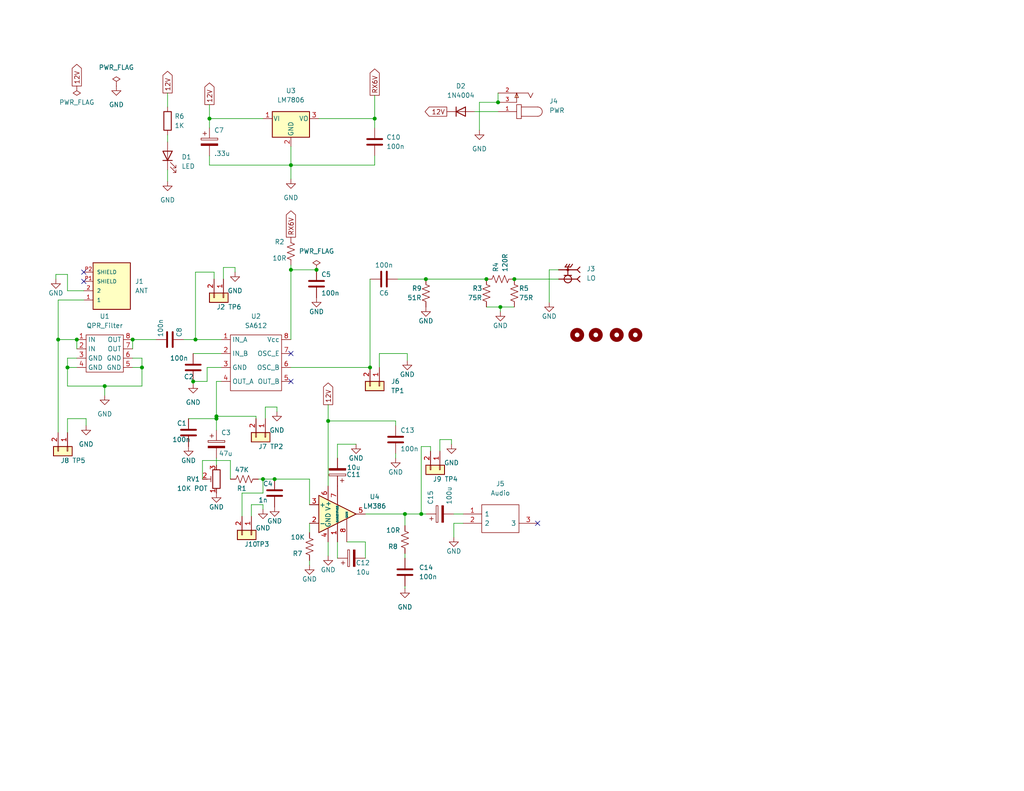
<source format=kicad_sch>
(kicad_sch (version 20211123) (generator eeschema)
  (paper "A")
  (lib_symbols
    (symbol "Amplifier_Audio:LM386" (pin_names (offset 0.127))
      (property "Reference" "U" (at 1.27 7.62 0))
      (property "Value" "LM386" (at 1.27 5.08 0))
      (symbol "LM386_0_1"
        (polyline (pts (xy 5.08 0) (xy -5.08 5.08) (xy -5.08 -5.08) (xy 5.08 0)) (stroke (width 0.254)) (fill (type background)))
      )
      (symbol "LM386_1_1"
        (pin input line (at 0 -7.62 90) (length 5.08) (name "GAIN") (number "1"))
        (pin input line (at -7.62 -2.54 0) (length 2.54) (name "-") (number "2"))
        (pin input line (at -7.62 2.54 0) (length 2.54) (name "+") (number "3"))
        (pin power_in line (at -2.54 -7.62 90) (length 3.81) (name "GND") (number "4"))
        (pin output line (at 7.62 0 180) (length 2.54) (name "~") (number "5"))
        (pin power_in line (at -2.54 7.62 270) (length 3.81) (name "V+") (number "6"))
        (pin input line (at 0 7.62 270) (length 5.08) (name "BYPASS") (number "7"))
        (pin input line (at 2.54 -7.62 90) (length 6.35) (name "GAIN") (number "8"))
      )
    )
    (symbol "Connector_Generic:Conn_01x02" (pin_names (offset 1.016) hide)
      (property "Reference" "J" (at 0 2.54 0))
      (property "Value" "Conn_01x02" (at 0 -5.08 0))
      (symbol "Conn_01x02_1_1"
        (rectangle (start -1.27 -2.413) (end 0 -2.667) (stroke (width 0.1524)))
        (rectangle (start -1.27 0.127) (end 0 -0.127) (stroke (width 0.1524)))
        (rectangle (start -1.27 1.27) (end 1.27 -3.81) (stroke (width 0.254)) (fill (type background)))
        (pin passive line (at -5.08 0 0) (length 3.81) (name "Pin_1") (number "1"))
        (pin passive line (at -5.08 -2.54 0) (length 3.81) (name "Pin_2") (number "2"))
      )
    )
    (symbol "Custom_RF:1-1337543-0" (pin_names (offset 1.016))
      (property "Reference" "J" (at -5.08 5.715 0))
      (property "Value" "1-1337543-0" (at -5.08 -10.16 0))
      (symbol "1-1337543-0_0_0"
        (rectangle (start -5.08 -7.62) (end 5.08 5.08) (stroke (width 0.254)) (fill (type background)))
        (pin passive line (at 7.62 2.54 180) (length 2.54) (name "1") (number "1"))
        (pin passive line (at 7.62 0 180) (length 2.54) (name "2") (number "2"))
        (pin passive line (at 7.62 -2.54 180) (length 2.54) (name "SHIELD") (number "P1"))
        (pin passive line (at 7.62 -5.08 180) (length 2.54) (name "SHIELD") (number "P2"))
      )
    )
    (symbol "Custom_RF:4832.2230" (pin_names (offset 0.762))
      (property "Reference" "J" (at 16.51 7.62 0))
      (property "Value" "4832.2230" (at 16.51 5.08 0))
      (symbol "4832.2230_0_0"
        (pin passive line (at 20.32 -2.54 180) (length 5.08) (name "1") (number "1"))
        (pin passive line (at 20.32 0 180) (length 5.08) (name "2") (number "2"))
        (pin passive line (at 0 0 0) (length 5.08) (name "3") (number "3"))
      )
      (symbol "4832.2230_0_1"
        (polyline (pts (xy 5.08 2.54) (xy 15.24 2.54) (xy 15.24 -5.08) (xy 5.08 -5.08) (xy 5.08 2.54)) (stroke (width 0.1524)))
      )
    )
    (symbol "Custom_RF:CON-SMA-EDGE-S" (pin_numbers hide) (pin_names (offset 1.016) hide)
      (property "Reference" "J" (at -3.81 4.064 0))
      (property "Value" "CON-SMA-EDGE-S" (at -4.064 -4.318 0))
      (symbol "CON-SMA-EDGE-S_0_0"
        (polyline (pts (xy -3.302 -0.762) (xy -2.54 0)) (stroke (width 0.254)))
        (polyline (pts (xy -3.302 0.762) (xy -2.54 0)) (stroke (width 0.254)))
        (polyline (pts (xy -3.302 1.778) (xy -2.54 2.54)) (stroke (width 0.254)))
        (polyline (pts (xy -3.302 3.302) (xy -2.54 2.54)) (stroke (width 0.254)))
        (polyline (pts (xy -2.54 0) (xy 0 0)) (stroke (width 0.254)))
        (polyline (pts (xy -2.54 2.54) (xy 2.54 2.54)) (stroke (width 0.254)))
        (polyline (pts (xy -1.016 1.524) (xy 0 1.524)) (stroke (width 0.254)))
        (polyline (pts (xy -0.762 -0.762) (xy -1.27 -1.524)) (stroke (width 0.254)))
        (polyline (pts (xy 0 -0.762) (xy -0.762 -0.762)) (stroke (width 0.254)))
        (polyline (pts (xy 0 -0.762) (xy -0.508 -1.524)) (stroke (width 0.254)))
        (polyline (pts (xy 0 -0.762) (xy 0.762 -0.762)) (stroke (width 0.254)))
        (polyline (pts (xy 0 0) (xy -2.286 0)) (stroke (width 0.254)))
        (polyline (pts (xy 0 0) (xy 0 -0.762)) (stroke (width 0.254)))
        (polyline (pts (xy 0 1.524) (xy 0 0)) (stroke (width 0.254)))
        (polyline (pts (xy 0 1.524) (xy 1.016 1.524)) (stroke (width 0.254)))
        (polyline (pts (xy 0.762 -0.762) (xy 0.254 -1.524)) (stroke (width 0.254)))
        (polyline (pts (xy 2.54 0) (xy 0 0)) (stroke (width 0.254)))
        (circle (center 0 0) (radius 0.254) (stroke (width 0.254)))
        (circle (center 0 2.54) (radius 1.016) (stroke (width 0.254)))
        (pin passive line (at 2.54 2.54 180) (length 5.08) (name "~") (number "1"))
        (pin passive line (at 2.54 0 180) (length 5.08) (name "~") (number "G1"))
        (pin passive line (at 2.54 0 180) (length 5.08) (name "~") (number "G2"))
        (pin passive line (at 2.54 0 180) (length 5.08) (name "~") (number "G3"))
        (pin passive line (at 2.54 0 180) (length 5.08) (name "~") (number "G4"))
      )
    )
    (symbol "Custom_RF:PJ-002A" (pin_names (offset 1.016) hide)
      (property "Reference" "J" (at -7.62 5.08 0))
      (property "Value" "PJ-002A" (at -7.62 -5.08 0))
      (symbol "PJ-002A_0_0"
        (arc (start -5.715 3.81) (mid -6.985 2.54) (end -5.715 1.27) (stroke (width 0.1524)))
        (polyline (pts (xy -5.715 3.81) (xy -1.27 3.81)) (stroke (width 0.1524)))
        (polyline (pts (xy -3.81 -1.27) (xy -4.445 -2.54)) (stroke (width 0.1524)))
        (polyline (pts (xy -3.175 -2.54) (xy -3.81 -1.27)) (stroke (width 0.1524)))
        (polyline (pts (xy -1.27 0.635) (xy 0 0.635)) (stroke (width 0.1524)))
        (polyline (pts (xy -1.27 1.27) (xy -5.715 1.27)) (stroke (width 0.1524)))
        (polyline (pts (xy -1.27 1.27) (xy -1.27 0.635)) (stroke (width 0.1524)))
        (polyline (pts (xy -1.27 3.81) (xy -1.27 1.27)) (stroke (width 0.1524)))
        (polyline (pts (xy -1.27 4.445) (xy -1.27 3.81)) (stroke (width 0.1524)))
        (polyline (pts (xy 0 -2.54) (xy -3.175 -2.54)) (stroke (width 0.1524)))
        (polyline (pts (xy 0 0) (xy 0 -2.54)) (stroke (width 0.1524)))
        (polyline (pts (xy 0 0.635) (xy 0 4.445)) (stroke (width 0.1524)))
        (polyline (pts (xy 0 4.445) (xy -1.27 4.445)) (stroke (width 0.1524)))
        (polyline (pts (xy 0 -2.54) (xy -0.508 -1.27) (xy 0.508 -1.27) (xy 0 -2.54)) (stroke (width 0.1524)) (fill (type background)))
        (pin passive line (at 5.08 2.54 180) (length 5.08) (name "~") (number "1"))
        (pin passive line (at 5.08 -2.54 180) (length 5.08) (name "~") (number "2"))
        (pin passive line (at 5.08 0 180) (length 5.08) (name "~") (number "3"))
      )
    )
    (symbol "Custom_RF:QPR_Filter"
      (property "Reference" "U" (at 0 7.62 0))
      (property "Value" "QPR_Filter" (at 0 -7.62 0))
      (symbol "QPR_Filter_0_1"
        (rectangle (start -5.08 5.08) (end 5.08 -5.08))
      )
      (symbol "QPR_Filter_1_1"
        (pin bidirectional line (at -7.62 3.81 0) (length 2.54) (name "IN") (number "1"))
        (pin bidirectional line (at -7.62 1.27 0) (length 2.54) (name "IN") (number "2"))
        (pin power_in line (at -7.62 -1.27 0) (length 2.54) (name "GND") (number "3"))
        (pin power_in line (at -7.62 -3.81 0) (length 2.54) (name "GND") (number "4"))
        (pin power_in line (at 7.62 -3.81 180) (length 2.54) (name "GND") (number "5"))
        (pin power_in line (at 7.62 -1.27 180) (length 2.54) (name "GND") (number "6"))
        (pin bidirectional line (at 7.62 1.27 180) (length 2.54) (name "OUT") (number "7"))
        (pin bidirectional line (at 7.62 3.81 180) (length 2.54) (name "OUT") (number "8"))
      )
    )
    (symbol "Custom_RF:SA612"
      (property "Reference" "U" (at 1.27 10.16 0))
      (property "Value" "SA612" (at 1.27 -7.62 0))
      (symbol "SA612_0_1"
        (rectangle (start -6.35 8.89) (end 7.62 -6.35))
      )
      (symbol "SA612_1_1"
        (pin input line (at -8.89 7.62 0) (length 2.54) (name "IN_A") (number "1"))
        (pin input line (at -8.89 3.81 0) (length 2.54) (name "IN_B") (number "2"))
        (pin power_in line (at -8.89 0 0) (length 2.54) (name "GND") (number "3"))
        (pin output line (at -8.89 -3.81 0) (length 2.54) (name "OUT_A") (number "4"))
        (pin output line (at 10.16 -3.81 180) (length 2.54) (name "OUT_B") (number "5"))
        (pin input line (at 10.16 0 180) (length 2.54) (name "OSC_B") (number "6"))
        (pin input line (at 10.16 3.81 180) (length 2.54) (name "OSC_E") (number "7"))
        (pin power_in line (at 10.16 7.62 180) (length 2.54) (name "Vcc") (number "8"))
      )
    )
    (symbol "Device:C" (pin_numbers hide) (pin_names (offset 0.254))
      (property "Reference" "C" (at 0.635 2.54 0))
      (property "Value" "C" (at 0.635 -2.54 0))
      (symbol "C_0_1"
        (polyline (pts (xy -2.032 -0.762) (xy 2.032 -0.762)) (stroke (width 0.508)))
        (polyline (pts (xy -2.032 0.762) (xy 2.032 0.762)) (stroke (width 0.508)))
      )
      (symbol "C_1_1"
        (pin passive line (at 0 3.81 270) (length 2.794) (name "~") (number "1"))
        (pin passive line (at 0 -3.81 90) (length 2.794) (name "~") (number "2"))
      )
    )
    (symbol "Device:C_Polarized" (pin_numbers hide) (pin_names (offset 0.254))
      (property "Reference" "C" (at 0.635 2.54 0))
      (property "Value" "C_Polarized" (at 0.635 -2.54 0))
      (symbol "C_Polarized_0_1"
        (rectangle (start -2.286 0.508) (end 2.286 1.016))
        (polyline (pts (xy -1.778 2.286) (xy -0.762 2.286)))
        (polyline (pts (xy -1.27 2.794) (xy -1.27 1.778)))
        (rectangle (start 2.286 -0.508) (end -2.286 -1.016) (fill (type outline)))
      )
      (symbol "C_Polarized_1_1"
        (pin passive line (at 0 3.81 270) (length 2.794) (name "~") (number "1"))
        (pin passive line (at 0 -3.81 90) (length 2.794) (name "~") (number "2"))
      )
    )
    (symbol "Device:LED" (pin_numbers hide) (pin_names (offset 1.016) hide)
      (property "Reference" "D" (at 0 2.54 0))
      (property "Value" "LED" (at 0 -2.54 0))
      (symbol "LED_0_1"
        (polyline (pts (xy -1.27 -1.27) (xy -1.27 1.27)) (stroke (width 0.254)))
        (polyline (pts (xy -1.27 0) (xy 1.27 0)))
        (polyline (pts (xy 1.27 -1.27) (xy 1.27 1.27) (xy -1.27 0) (xy 1.27 -1.27)) (stroke (width 0.254)))
        (polyline (pts (xy -3.048 -0.762) (xy -4.572 -2.286) (xy -3.81 -2.286) (xy -4.572 -2.286) (xy -4.572 -1.524)))
        (polyline (pts (xy -1.778 -0.762) (xy -3.302 -2.286) (xy -2.54 -2.286) (xy -3.302 -2.286) (xy -3.302 -1.524)))
      )
      (symbol "LED_1_1"
        (pin passive line (at -3.81 0 0) (length 2.54) (name "K") (number "1"))
        (pin passive line (at 3.81 0 180) (length 2.54) (name "A") (number "2"))
      )
    )
    (symbol "Device:R" (pin_numbers hide) (pin_names (offset 0))
      (property "Reference" "R" (at 2.032 0 90))
      (property "Value" "R" (at 0 0 90))
      (symbol "R_0_1"
        (rectangle (start -1.016 -2.54) (end 1.016 2.54) (stroke (width 0.254)))
      )
      (symbol "R_1_1"
        (pin passive line (at 0 3.81 270) (length 1.27) (name "~") (number "1"))
        (pin passive line (at 0 -3.81 90) (length 1.27) (name "~") (number "2"))
      )
    )
    (symbol "Device:R_Potentiometer_Trim" (pin_names (offset 1.016) hide)
      (property "Reference" "RV" (at -4.445 0 90))
      (property "Value" "R_Potentiometer_Trim" (at -2.54 0 90))
      (symbol "R_Potentiometer_Trim_0_1"
        (polyline (pts (xy 1.524 0.762) (xy 1.524 -0.762)))
        (polyline (pts (xy 2.54 0) (xy 1.524 0)))
        (rectangle (start 1.016 2.54) (end -1.016 -2.54) (stroke (width 0.254)))
      )
      (symbol "R_Potentiometer_Trim_1_1"
        (pin passive line (at 0 3.81 270) (length 1.27) (name "1") (number "1"))
        (pin passive line (at 3.81 0 180) (length 1.27) (name "2") (number "2"))
        (pin passive line (at 0 -3.81 90) (length 1.27) (name "3") (number "3"))
      )
    )
    (symbol "Device:R_US" (pin_numbers hide) (pin_names (offset 0))
      (property "Reference" "R" (at 2.54 0 90))
      (property "Value" "R_US" (at -2.54 0 90))
      (symbol "R_US_0_1"
        (polyline (pts (xy 0 -2.286) (xy 0 -2.54)))
        (polyline (pts (xy 0 2.286) (xy 0 2.54)))
        (polyline (pts (xy 0 -0.762) (xy 1.016 -1.143) (xy 0 -1.524) (xy -1.016 -1.905) (xy 0 -2.286)))
        (polyline (pts (xy 0 0.762) (xy 1.016 0.381) (xy 0 0) (xy -1.016 -0.381) (xy 0 -0.762)))
        (polyline (pts (xy 0 2.286) (xy 1.016 1.905) (xy 0 1.524) (xy -1.016 1.143) (xy 0 0.762)))
      )
      (symbol "R_US_1_1"
        (pin passive line (at 0 3.81 270) (length 1.27) (name "~") (number "1"))
        (pin passive line (at 0 -3.81 90) (length 1.27) (name "~") (number "2"))
      )
    )
    (symbol "Diode:1N4001" (pin_numbers hide) (pin_names (offset 1.016) hide)
      (property "Reference" "D" (at 0 2.54 0))
      (property "Value" "1N4001" (at 0 -2.54 0))
      (symbol "1N4001_0_1"
        (polyline (pts (xy -1.27 1.27) (xy -1.27 -1.27)) (stroke (width 0.254)))
        (polyline (pts (xy 1.27 0) (xy -1.27 0)))
        (polyline (pts (xy 1.27 1.27) (xy 1.27 -1.27) (xy -1.27 0) (xy 1.27 1.27)) (stroke (width 0.254)))
      )
      (symbol "1N4001_1_1"
        (pin passive line (at -3.81 0 0) (length 2.54) (name "K") (number "1"))
        (pin passive line (at 3.81 0 180) (length 2.54) (name "A") (number "2"))
      )
    )
    (symbol "Mechanical:MountingHole" (pin_names (offset 1.016))
      (property "Reference" "H" (at 0 5.08 0))
      (property "Value" "MountingHole" (at 0 3.175 0))
      (symbol "MountingHole_0_1"
        (circle (center 0 0) (radius 1.27) (stroke (width 1.27)))
      )
    )
    (symbol "Regulator_Linear:LM7805_TO220" (pin_names (offset 0.254))
      (property "Reference" "U" (at -3.81 3.175 0))
      (property "Value" "LM7805_TO220" (at 0 3.175 0))
      (symbol "LM7805_TO220_0_1"
        (rectangle (start -5.08 1.905) (end 5.08 -5.08) (stroke (width 0.254)) (fill (type background)))
      )
      (symbol "LM7805_TO220_1_1"
        (pin power_in line (at -7.62 0 0) (length 2.54) (name "VI") (number "1"))
        (pin power_in line (at 0 -7.62 90) (length 2.54) (name "GND") (number "2"))
        (pin power_out line (at 7.62 0 180) (length 2.54) (name "VO") (number "3"))
      )
    )
    (symbol "power:GND" (power) (pin_names (offset 0))
      (property "Value" "GND" (at 0 -3.81 0))
      (symbol "GND_0_1"
        (polyline (pts (xy 0 0) (xy 0 -1.27) (xy 1.27 -1.27) (xy 0 -2.54) (xy -1.27 -1.27) (xy 0 -1.27)))
      )
      (symbol "GND_1_1"
        (pin power_in line (at 0 0 270) (length 0) hide (name "GND") (number "1"))
      )
    )
    (symbol "power:PWR_FLAG" (power) (pin_numbers hide) (pin_names (offset 0) hide)
      (property "Value" "PWR_FLAG" (at 0 3.81 0))
      (symbol "PWR_FLAG_0_0"
        (pin power_out line (at 0 0 90) (length 0) (name "pwr") (number "1"))
      )
      (symbol "PWR_FLAG_0_1"
        (polyline (pts (xy 0 0) (xy 0 1.27) (xy -1.016 1.905) (xy 0 2.54) (xy 1.016 1.905) (xy 0 1.27)))
      )
    )
  )
  (junction (at 15.875 92.71))
  (junction (at 86.36 73.66))
  (junction (at 79.375 73.66))
  (junction (at 132.715 76.2))
  (junction (at 135.89 27.94))
  (junction (at 53.34 92.71))
  (junction (at 18.415 100.33))
  (junction (at 102.235 32.385))
  (junction (at 52.705 104.14))
  (junction (at 110.49 140.335))
  (junction (at 74.93 130.81))
  (junction (at 36.195 92.71))
  (junction (at 100.965 100.33))
  (junction (at 140.335 76.2))
  (junction (at 136.525 83.82))
  (junction (at 79.375 45.085))
  (junction (at 59.055 114.3))
  (junction (at 38.735 100.33))
  (junction (at 114.935 140.335))
  (junction (at 116.205 76.2))
  (junction (at 28.575 105.41))
  (junction (at 59.055 113.665))
  (junction (at 57.15 32.385))
  (junction (at 20.955 92.71))
  (junction (at 71.755 130.81))
  (junction (at 89.535 114.935))
  (no_connect (at 146.685 142.875))
  (no_connect (at 79.375 104.14))
  (no_connect (at 79.375 96.52))
  (no_connect (at 22.86 74.295))
  (no_connect (at 22.86 76.835))
  (wire (pts (xy 57.15 32.385) (xy 57.15 34.925)))
  (wire (pts (xy 15.24 74.93) (xy 15.24 76.2)))
  (wire (pts (xy 52.705 104.14) (xy 56.515 104.14)))
  (wire (pts (xy 15.875 92.71) (xy 20.955 92.71)))
  (wire (pts (xy 102.235 42.545) (xy 102.235 45.085)))
  (wire (pts (xy 60.96 73.025) (xy 60.96 76.2)))
  (wire (pts (xy 59.055 127) (xy 59.055 125.095)))
  (wire (pts (xy 71.755 130.81) (xy 71.755 134.62)))
  (wire (pts (xy 126.365 142.875) (xy 123.825 142.875)))
  (wire (pts (xy 140.335 76.2) (xy 152.4 76.2)))
  (wire (pts (xy 64.135 73.025) (xy 60.96 73.025)))
  (wire (pts (xy 75.565 111.125) (xy 72.39 111.125)))
  (wire (pts (xy 45.72 25.4) (xy 45.72 29.21)))
  (wire (pts (xy 123.19 120.015) (xy 120.015 120.015)))
  (wire (pts (xy 59.055 104.14) (xy 59.055 113.665)))
  (wire (pts (xy 56.515 100.33) (xy 60.325 100.33)))
  (wire (pts (xy 114.935 140.335) (xy 116.205 140.335)))
  (wire (pts (xy 120.015 120.015) (xy 120.015 123.19)))
  (wire (pts (xy 108.585 76.2) (xy 116.205 76.2)))
  (wire (pts (xy 50.165 92.71) (xy 53.34 92.71)))
  (wire (pts (xy 71.755 137.795) (xy 68.58 137.795)))
  (wire (pts (xy 135.89 25.4) (xy 135.89 27.94)))
  (wire (pts (xy 23.495 116.205) (xy 23.495 114.3)))
  (wire (pts (xy 117.475 123.19) (xy 117.475 121.92)))
  (wire (pts (xy 79.375 73.66) (xy 86.36 73.66)))
  (wire (pts (xy 69.85 113.665) (xy 69.85 114.3)))
  (wire (pts (xy 56.515 104.14) (xy 56.515 100.33)))
  (wire (pts (xy 100.965 76.2) (xy 100.965 100.33)))
  (wire (pts (xy 18.415 97.79) (xy 18.415 100.33)))
  (wire (pts (xy 86.995 32.385) (xy 102.235 32.385)))
  (wire (pts (xy 57.15 45.085) (xy 79.375 45.085)))
  (wire (pts (xy 99.695 147.955) (xy 99.695 152.4)))
  (wire (pts (xy 123.19 121.285) (xy 123.19 120.015)))
  (wire (pts (xy 103.505 100.33) (xy 103.505 96.52)))
  (wire (pts (xy 116.205 76.2) (xy 132.715 76.2)))
  (wire (pts (xy 15.875 92.71) (xy 15.875 118.11)))
  (wire (pts (xy 110.49 151.13) (xy 110.49 152.4)))
  (wire (pts (xy 89.535 114.935) (xy 89.535 132.715)))
  (wire (pts (xy 70.485 130.81) (xy 71.755 130.81)))
  (wire (pts (xy 84.455 153.035) (xy 84.455 154.305)))
  (wire (pts (xy 79.375 45.085) (xy 79.375 48.895)))
  (wire (pts (xy 53.34 74.295) (xy 53.34 92.71)))
  (wire (pts (xy 23.495 114.3) (xy 18.415 114.3)))
  (wire (pts (xy 135.89 27.94) (xy 130.81 27.94)))
  (wire (pts (xy 15.875 81.915) (xy 15.875 92.71)))
  (wire (pts (xy 36.195 92.71) (xy 36.195 95.25)))
  (wire (pts (xy 20.955 97.79) (xy 18.415 97.79)))
  (wire (pts (xy 103.505 96.52) (xy 111.125 96.52)))
  (wire (pts (xy 136.525 83.82) (xy 140.335 83.82)))
  (wire (pts (xy 58.42 74.295) (xy 58.42 76.2)))
  (wire (pts (xy 94.615 147.955) (xy 99.695 147.955)))
  (wire (pts (xy 152.4 73.66) (xy 149.86 73.66)))
  (wire (pts (xy 66.04 134.62) (xy 66.04 140.97)))
  (wire (pts (xy 117.475 121.92) (xy 114.935 121.92)))
  (wire (pts (xy 114.935 121.92) (xy 114.935 140.335)))
  (wire (pts (xy 79.375 45.085) (xy 79.375 40.005)))
  (wire (pts (xy 28.575 105.41) (xy 28.575 107.95)))
  (wire (pts (xy 18.415 114.3) (xy 18.415 118.11)))
  (wire (pts (xy 59.055 113.665) (xy 59.055 114.3)))
  (wire (pts (xy 92.075 121.285) (xy 97.155 121.285)))
  (wire (pts (xy 22.86 79.375) (xy 18.415 79.375)))
  (wire (pts (xy 60.325 96.52) (xy 52.705 96.52)))
  (wire (pts (xy 129.54 30.48) (xy 135.89 30.48)))
  (wire (pts (xy 36.195 100.33) (xy 38.735 100.33)))
  (wire (pts (xy 110.49 140.335) (xy 110.49 143.51)))
  (wire (pts (xy 60.325 104.14) (xy 59.055 104.14)))
  (wire (pts (xy 18.415 74.93) (xy 15.24 74.93)))
  (wire (pts (xy 84.455 130.81) (xy 84.455 137.795)))
  (wire (pts (xy 18.415 100.33) (xy 20.955 100.33)))
  (wire (pts (xy 52.705 104.14) (xy 52.705 104.775)))
  (wire (pts (xy 110.49 140.335) (xy 114.935 140.335)))
  (wire (pts (xy 38.735 105.41) (xy 38.735 100.33)))
  (wire (pts (xy 110.49 160.02) (xy 110.49 160.655)))
  (wire (pts (xy 15.875 81.915) (xy 22.86 81.915)))
  (wire (pts (xy 71.755 139.065) (xy 71.755 137.795)))
  (wire (pts (xy 58.42 74.295) (xy 53.34 74.295)))
  (wire (pts (xy 107.95 114.935) (xy 107.95 116.205)))
  (wire (pts (xy 102.235 32.385) (xy 102.235 34.925)))
  (wire (pts (xy 20.955 92.71) (xy 20.955 95.25)))
  (wire (pts (xy 68.58 137.795) (xy 68.58 140.97)))
  (wire (pts (xy 123.825 142.875) (xy 123.825 146.685)))
  (wire (pts (xy 72.39 111.125) (xy 72.39 114.3)))
  (wire (pts (xy 79.375 45.085) (xy 102.235 45.085)))
  (wire (pts (xy 136.525 83.82) (xy 136.525 85.09)))
  (wire (pts (xy 123.825 140.335) (xy 126.365 140.335)))
  (wire (pts (xy 45.72 46.355) (xy 45.72 49.53)))
  (wire (pts (xy 36.195 97.79) (xy 38.735 97.79)))
  (wire (pts (xy 79.375 73.66) (xy 79.375 92.71)))
  (wire (pts (xy 111.125 96.52) (xy 111.125 98.425)))
  (wire (pts (xy 64.135 74.295) (xy 64.135 73.025)))
  (wire (pts (xy 36.195 92.71) (xy 42.545 92.71)))
  (wire (pts (xy 132.715 83.82) (xy 136.525 83.82)))
  (wire (pts (xy 57.15 32.385) (xy 71.755 32.385)))
  (wire (pts (xy 75.565 112.395) (xy 75.565 111.125)))
  (wire (pts (xy 107.95 123.825) (xy 107.95 125.095)))
  (wire (pts (xy 53.34 92.71) (xy 60.325 92.71)))
  (wire (pts (xy 57.15 42.545) (xy 57.15 45.085)))
  (wire (pts (xy 51.435 114.3) (xy 59.055 114.3)))
  (wire (pts (xy 102.235 26.035) (xy 102.235 32.385)))
  (wire (pts (xy 89.535 151.765) (xy 89.535 147.955)))
  (wire (pts (xy 18.415 79.375) (xy 18.415 74.93)))
  (wire (pts (xy 18.415 100.33) (xy 18.415 105.41)))
  (wire (pts (xy 18.415 105.41) (xy 28.575 105.41)))
  (wire (pts (xy 92.075 121.285) (xy 92.075 125.095)))
  (wire (pts (xy 89.535 110.49) (xy 89.535 114.935)))
  (wire (pts (xy 89.535 114.935) (xy 107.95 114.935)))
  (wire (pts (xy 45.72 36.83) (xy 45.72 38.735)))
  (wire (pts (xy 99.695 140.335) (xy 110.49 140.335)))
  (wire (pts (xy 59.055 113.665) (xy 69.85 113.665)))
  (wire (pts (xy 79.375 100.33) (xy 100.965 100.33)))
  (wire (pts (xy 149.86 73.66) (xy 149.86 82.55)))
  (wire (pts (xy 38.735 97.79) (xy 38.735 100.33)))
  (wire (pts (xy 79.375 72.39) (xy 79.375 73.66)))
  (wire (pts (xy 84.455 142.875) (xy 84.455 145.415)))
  (wire (pts (xy 55.245 125.73) (xy 55.245 130.81)))
  (wire (pts (xy 92.075 147.955) (xy 92.075 152.4)))
  (wire (pts (xy 71.755 130.81) (xy 74.93 130.81)))
  (wire (pts (xy 62.865 130.81) (xy 62.865 125.73)))
  (wire (pts (xy 62.865 125.73) (xy 55.245 125.73)))
  (wire (pts (xy 28.575 105.41) (xy 38.735 105.41)))
  (wire (pts (xy 57.15 28.575) (xy 57.15 32.385)))
  (wire (pts (xy 74.93 130.81) (xy 84.455 130.81)))
  (wire (pts (xy 130.81 27.94) (xy 130.81 35.56)))
  (wire (pts (xy 59.055 114.3) (xy 59.055 117.475)))
  (wire (pts (xy 71.755 134.62) (xy 66.04 134.62)))
  (global_label "12V" (shape output) (at 20.955 23.495 90) (property "Intersheet References" "${INTERSHEET_REFS}" (effects hide)))
  (global_label "RX6V" (shape output) (at 79.375 64.77 90) (property "Intersheet References" "${INTERSHEET_REFS}" (effects hide)))
  (global_label "12V" (shape output) (at 45.72 25.4 90) (property "Intersheet References" "${INTERSHEET_REFS}" (effects hide)))
  (global_label "12V" (shape output) (at 89.535 110.49 90) (property "Intersheet References" "${INTERSHEET_REFS}" (effects hide)))
  (global_label "12V" (shape output) (at 121.92 30.48 180) (property "Intersheet References" "${INTERSHEET_REFS}" (effects hide)))
  (global_label "12V" (shape output) (at 57.15 28.575 90) (property "Intersheet References" "${INTERSHEET_REFS}" (effects hide)))
  (global_label "RX6V" (shape output) (at 102.235 26.035 90) (property "Intersheet References" "${INTERSHEET_REFS}" (effects hide)))
  (symbol (lib_id "power:GND") (at 89.535 151.765 0) (unit 1)
    (property "Reference" "#PWR015" (effects hide))
    (property "Value" "GND" (at 89.535 155.575 0))
  )
  (symbol (lib_id "Amplifier_Audio:LM386") (at 92.075 140.335 0) (unit 1)
    (property "Reference" "U4" (at 102.235 135.636 0))
    (property "Value" "LM386" (at 102.235 138.176 0))
    (property "Footprint" "Package_DIP:DIP-8_W7.62mm_Socket" (effects hide))
    (property "Datasheet" "http://www.ti.com/lit/ds/symlink/lm386.pdf" (effects hide))
  )
  (symbol (lib_id "Connector_Generic:Conn_01x02") (at 72.39 119.38 270) (unit 1)
    (property "Reference" "J7" (at 70.485 121.92 90) (effects (justify left)))
    (property "Value" "TP2" (at 73.66 121.92 90) (effects (justify left)))
    (property "Footprint" "Connector_PinHeader_2.54mm:PinHeader_1x02_P2.54mm_Vertical" (effects hide))
  )
  (symbol (lib_id "Device:C") (at 86.36 77.47 0) (unit 1)
    (property "Reference" "C5" (at 87.63 74.93 0) (effects (justify left)))
    (property "Value" "100n" (at 87.63 80.01 0) (effects (justify left)))
    (property "Footprint" "Capacitor_SMD:C_1206_3216Metric" (effects hide))
  )
  (symbol (lib_id "Device:R_US") (at 136.525 76.2 90) (unit 1)
    (property "Reference" "R4" (at 135.255 74.295 0) (effects (justify left)))
    (property "Value" "120R" (at 137.795 74.295 0) (effects (justify left)))
    (property "Footprint" "Resistor_THT:R_Axial_DIN0207_L6.3mm_D2.5mm_P7.62mm_Horizontal" (effects hide))
  )
  (symbol (lib_id "Device:R_US") (at 84.455 149.225 180) (unit 1)
    (property "Reference" "R7" (at 82.55 151.13 0) (effects (justify left)))
    (property "Value" "10K" (at 83.185 146.685 0) (effects (justify left)))
    (property "Footprint" "Resistor_SMD:R_1206_3216Metric" (effects hide))
  )
  (symbol (lib_id "Device:R_US") (at 110.49 147.32 180) (unit 1)
    (property "Reference" "R8" (at 108.585 149.225 0) (effects (justify left)))
    (property "Value" "10R" (at 109.22 144.78 0) (effects (justify left)))
    (property "Footprint" "Resistor_SMD:R_1206_3216Metric" (effects hide))
  )
  (symbol (lib_id "Device:R_US") (at 116.205 80.01 0) (unit 1)
    (property "Reference" "R9" (at 112.395 78.74 0) (effects (justify left)))
    (property "Value" "51R" (at 111.125 81.28 0) (effects (justify left)))
    (property "Footprint" "Resistor_THT:R_Axial_DIN0207_L6.3mm_D2.5mm_P7.62mm_Horizontal" (effects hide))
  )
  (symbol (lib_id "power:PWR_FLAG") (at 31.75 23.495 0) (unit 1)
    (property "Reference" "#FLG02" (effects hide))
    (property "Value" "PWR_FLAG" (at 31.75 18.415 0))
  )
  (symbol (lib_id "power:GND") (at 28.575 107.95 0) (unit 1)
    (property "Reference" "#PWR02" (effects hide))
    (property "Value" "GND" (at 28.575 113.03 0))
  )
  (symbol (lib_id "Device:C_Polarized") (at 95.885 152.4 90) (unit 1)
    (property "Reference" "C12" (at 100.965 153.67 90) (effects (justify left)))
    (property "Value" "10u" (at 100.965 156.21 90) (effects (justify left)))
    (property "Footprint" "Capacitor_THT:CP_Radial_D8.0mm_P2.50mm" (effects hide))
  )
  (symbol (lib_id "Diode:1N4001") (at 125.73 30.48 0) (unit 1)
    (property "Reference" "D2" (at 125.73 23.495 0))
    (property "Value" "1N4004" (at 125.73 26.035 0))
    (property "Footprint" "Diode_THT:D_DO-41_SOD81_P10.16mm_Horizontal" (effects hide))
    (property "Datasheet" "http://www.vishay.com/docs/88503/1n4001.pdf" (effects hide))
  )
  (symbol (lib_id "power:GND") (at 75.565 112.395 0) (unit 1)
    (property "Reference" "#PWR022" (effects hide))
    (property "Value" "GND" (at 75.565 117.475 0))
  )
  (symbol (lib_id "power:GND") (at 97.155 121.285 0) (unit 1)
    (property "Reference" "#PWR016" (effects hide))
    (property "Value" "GND" (at 97.155 125.095 0))
  )
  (symbol (lib_id "power:GND") (at 59.055 134.62 0) (unit 1)
    (property "Reference" "#PWR06" (effects hide))
    (property "Value" "GND" (at 59.055 138.43 0))
  )
  (symbol (lib_id "Device:R_US") (at 132.715 80.01 0) (unit 1)
    (property "Reference" "R3" (at 128.905 78.74 0) (effects (justify left)))
    (property "Value" "75R" (at 127.635 81.28 0) (effects (justify left)))
    (property "Footprint" "Resistor_THT:R_Axial_DIN0207_L6.3mm_D2.5mm_P7.62mm_Horizontal" (effects hide))
  )
  (symbol (lib_id "Regulator_Linear:LM7805_TO220") (at 79.375 32.385 0) (unit 1)
    (property "Reference" "U3" (at 79.375 24.765 0))
    (property "Value" "LM7806" (at 79.375 27.305 0))
    (property "Footprint" "Package_TO_SOT_THT:TO-220-3_Vertical" (effects hide))
    (property "Datasheet" "https://www.onsemi.cn/PowerSolutions/document/MC7800-D.PDF" (effects hide))
  )
  (symbol (lib_id "Device:C_Polarized") (at 120.015 140.335 90) (unit 1)
    (property "Reference" "C15" (at 117.475 137.795 0) (effects (justify left)))
    (property "Value" "100u" (at 122.555 137.795 0) (effects (justify left)))
    (property "Footprint" "Capacitor_THT:CP_Radial_D8.0mm_P2.50mm" (effects hide))
  )
  (symbol (lib_id "Device:C") (at 102.235 38.735 0) (unit 1)
    (property "Reference" "C10" (at 105.41 37.4649 0) (effects (justify left)))
    (property "Value" "100n" (at 105.41 40.0049 0) (effects (justify left)))
    (property "Footprint" "Capacitor_SMD:C_1206_3216Metric" (effects hide))
  )
  (symbol (lib_id "Device:C") (at 46.355 92.71 90) (unit 1)
    (property "Reference" "C8" (at 48.895 92.075 0) (effects (justify left)))
    (property "Value" "100n" (at 43.815 92.075 0) (effects (justify left)))
    (property "Footprint" "Capacitor_SMD:C_1206_3216Metric" (effects hide))
  )
  (symbol (lib_id "Connector_Generic:Conn_01x02") (at 103.505 105.41 270) (unit 1)
    (property "Reference" "J6" (at 106.68 104.1399 90) (effects (justify left)))
    (property "Value" "TP1" (at 106.68 106.6799 90) (effects (justify left)))
    (property "Footprint" "Connector_PinHeader_2.54mm:PinHeader_1x02_P2.54mm_Vertical" (effects hide))
  )
  (symbol (lib_id "power:GND") (at 149.86 82.55 0) (unit 1)
    (property "Reference" "#PWR010" (effects hide))
    (property "Value" "GND" (at 149.86 86.36 0))
  )
  (symbol (lib_id "power:PWR_FLAG") (at 20.955 23.495 180) (unit 1)
    (property "Reference" "#FLG01" (effects hide))
    (property "Value" "PWR_FLAG" (at 20.955 27.94 0))
  )
  (symbol (lib_id "Device:C") (at 110.49 156.21 0) (unit 1)
    (property "Reference" "C14" (at 114.3 154.9399 0) (effects (justify left)))
    (property "Value" "100n" (at 114.3 157.4799 0) (effects (justify left)))
    (property "Footprint" "Capacitor_SMD:C_1206_3216Metric" (effects hide))
  )
  (symbol (lib_id "power:GND") (at 52.705 104.775 0) (unit 1)
    (property "Reference" "#PWR05" (effects hide))
    (property "Value" "GND" (at 52.705 109.855 0))
  )
  (symbol (lib_id "Custom_RF:1-1337543-0") (at 30.48 79.375 180) (unit 1)
    (property "Reference" "J1" (at 36.83 76.8349 0) (effects (justify right)))
    (property "Value" "ANT" (at 36.83 79.3749 0) (effects (justify right)))
    (property "Footprint" "Custom_RF:CONN_1-1337543-0" (effects hide))
    (property "TE_PN" "1-1337543-0" (effects hide))
    (property "MANUFACTURER" "TE CONNECTIVITY" (effects hide))
  )
  (symbol (lib_id "Custom_RF:PJ-002A") (at 140.97 27.94 180) (unit 1)
    (property "Reference" "J4" (at 149.86 27.6224 0) (effects (justify right)))
    (property "Value" "PWR" (at 149.86 30.1624 0) (effects (justify right)))
    (property "Footprint" "Custom_RF:CUI_PJ-002A" (effects hide))
    (property "STANDARD" "Manufacturer recommendations" (effects hide))
    (property "MANUFACTURER" "CUI INC" (effects hide))
  )
  (symbol (lib_id "Device:C_Polarized") (at 57.15 38.735 0) (unit 1)
    (property "Reference" "C7" (at 58.42 35.56 0) (effects (justify left)))
    (property "Value" ".33u" (at 58.42 41.91 0) (effects (justify left)))
    (property "Footprint" "Capacitor_THT:CP_Radial_D8.0mm_P2.50mm" (effects hide))
  )
  (symbol (lib_id "Device:C") (at 74.93 134.62 0) (unit 1)
    (property "Reference" "C4" (at 71.755 132.08 0) (effects (justify left)))
    (property "Value" "1n" (at 70.485 136.525 0) (effects (justify left)))
    (property "Footprint" "Capacitor_SMD:C_1206_3216Metric" (effects hide))
  )
  (symbol (lib_id "power:GND") (at 136.525 85.09 0) (unit 1)
    (property "Reference" "#PWR09" (effects hide))
    (property "Value" "GND" (at 136.525 88.9 0))
  )
  (symbol (lib_id "power:GND") (at 64.135 74.295 0) (unit 1)
    (property "Reference" "#PWR020" (effects hide))
    (property "Value" "GND" (at 64.135 79.375 0))
  )
  (symbol (lib_id "Custom_RF:CON-SMA-EDGE-S") (at 154.94 73.66 180) (unit 1)
    (property "Reference" "J3" (at 160.02 73.4059 0) (effects (justify right)))
    (property "Value" "LO" (at 160.02 75.9459 0) (effects (justify right)))
    (property "Footprint" "Custom_RF:RFSOLUTIONS_CON-SMA-EDGE-S" (effects hide))
    (property "STANDARD" "Manufacturer Recommendations" (effects hide))
    (property "PARTREV" "1" (effects hide))
    (property "MANUFACTURER" "RF Solutions" (effects hide))
    (property "MAXIMUM_PACKAGE_HEIGHT" "6.35mm" (effects hide))
  )
  (symbol (lib_id "Mechanical:MountingHole") (at 173.355 91.44 0) (unit 1) (in_bom no)
    (property "Reference" "H4" (effects hide))
    (property "Value" "MountingHole" (effects hide))
    (property "Footprint" "MountingHole:MountingHole_3.2mm_M3" (effects hide))
  )
  (symbol (lib_id "power:GND") (at 84.455 154.305 0) (unit 1)
    (property "Reference" "#PWR014" (effects hide))
    (property "Value" "GND" (at 84.455 158.115 0))
  )
  (symbol (lib_id "Device:R") (at 45.72 33.02 0) (unit 1)
    (property "Reference" "R6" (at 47.625 31.7499 0) (effects (justify left)))
    (property "Value" "1K" (at 47.625 34.2899 0) (effects (justify left)))
    (property "Footprint" "Resistor_SMD:R_1206_3216Metric" (effects hide))
  )
  (symbol (lib_id "Mechanical:MountingHole") (at 168.275 91.44 0) (unit 1) (in_bom no)
    (property "Reference" "H3" (effects hide))
    (property "Value" "MountingHole" (effects hide))
    (property "Footprint" "MountingHole:MountingHole_3.2mm_M3" (effects hide))
  )
  (symbol (lib_id "power:GND") (at 123.825 146.685 0) (unit 1)
    (property "Reference" "#PWR019" (effects hide))
    (property "Value" "GND" (at 123.825 150.495 0))
  )
  (symbol (lib_id "Device:R_Potentiometer_Trim") (at 59.055 130.81 180) (unit 1)
    (property "Reference" "RV1" (at 50.8 130.81 0) (effects (justify right)))
    (property "Value" "10K POT" (at 48.26 133.35 0) (effects (justify right)))
    (property "Footprint" "Custom_RF:Bourns_PTV09A_Horizontal_Pot" (effects hide))
  )
  (symbol (lib_id "power:GND") (at 74.93 138.43 0) (unit 1)
    (property "Reference" "#PWR07" (effects hide))
    (property "Value" "GND" (at 74.93 142.24 0))
  )
  (symbol (lib_id "Device:R_US") (at 140.335 80.01 0) (unit 1)
    (property "Reference" "R5" (at 141.605 78.74 0) (effects (justify left)))
    (property "Value" "75R" (at 141.605 81.28 0) (effects (justify left)))
    (property "Footprint" "Resistor_THT:R_Axial_DIN0207_L6.3mm_D2.5mm_P7.62mm_Horizontal" (effects hide))
  )
  (symbol (lib_id "power:GND") (at 111.125 98.425 0) (unit 1)
    (property "Reference" "#PWR021" (effects hide))
    (property "Value" "GND" (at 111.125 102.235 0))
  )
  (symbol (lib_id "Device:C") (at 51.435 118.11 0) (unit 1)
    (property "Reference" "C1" (at 48.26 115.57 0) (effects (justify left)))
    (property "Value" "100n" (at 46.99 120.015 0) (effects (justify left)))
    (property "Footprint" "Capacitor_SMD:C_1206_3216Metric" (effects hide))
  )
  (symbol (lib_id "Device:R_US") (at 79.375 68.58 0) (unit 1)
    (property "Reference" "R2" (at 74.93 66.04 0) (effects (justify left)))
    (property "Value" "10R" (at 74.295 70.485 0) (effects (justify left)))
    (property "Footprint" "Resistor_SMD:R_1206_3216Metric" (effects hide))
  )
  (symbol (lib_id "power:GND") (at 45.72 49.53 0) (unit 1)
    (property "Reference" "#PWR011" (effects hide))
    (property "Value" "GND" (at 45.72 54.61 0))
  )
  (symbol (lib_id "power:GND") (at 123.19 121.285 0) (unit 1)
    (property "Reference" "#PWR024" (effects hide))
    (property "Value" "GND" (at 123.19 126.365 0))
  )
  (symbol (lib_id "power:GND") (at 31.75 23.495 0) (unit 1)
    (property "Reference" "#PWR03" (effects hide))
    (property "Value" "GND" (at 31.75 28.575 0))
  )
  (symbol (lib_id "Custom_RF:QPR_Filter") (at 28.575 96.52 0) (unit 1)
    (property "Reference" "U1" (at 28.575 86.36 0))
    (property "Value" "QPR_Filter" (at 28.575 88.9 0))
    (property "Footprint" "Custom_RF:QRPLabs_Filter_TH" (effects hide))
    (property "Datasheet" "https://www.qrp-labs.com/lpfkit.html" (effects hide))
  )
  (symbol (lib_id "Device:R_US") (at 66.675 130.81 90) (unit 1)
    (property "Reference" "R1" (at 67.31 133.35 90) (effects (justify left)))
    (property "Value" "47K" (at 67.945 128.27 90) (effects (justify left)))
    (property "Footprint" "Resistor_SMD:R_1206_3216Metric" (effects hide))
  )
  (symbol (lib_id "power:GND") (at 110.49 160.655 0) (unit 1)
    (property "Reference" "#PWR018" (effects hide))
    (property "Value" "GND" (at 110.49 165.735 0))
  )
  (symbol (lib_id "power:GND") (at 23.495 116.205 0) (unit 1)
    (property "Reference" "#PWR023" (effects hide))
    (property "Value" "GND" (at 23.495 121.285 0))
  )
  (symbol (lib_id "power:GND") (at 79.375 48.895 0) (unit 1)
    (property "Reference" "#PWR012" (effects hide))
    (property "Value" "GND" (at 79.375 53.975 0))
  )
  (symbol (lib_id "power:GND") (at 107.95 125.095 0) (unit 1)
    (property "Reference" "#PWR017" (effects hide))
    (property "Value" "GND" (at 107.95 128.905 0))
  )
  (symbol (lib_id "Custom_RF:4832.2230") (at 146.685 142.875 180) (unit 1)
    (property "Reference" "J5" (at 136.525 132.08 0))
    (property "Value" "Audio" (at 136.525 134.62 0))
    (property "Footprint" "Custom_RF:48322230" (effects hide))
    (property "Datasheet" "https://ch.schurter.com/en/datasheet/typ_4832.2230.pdf" (effects hide))
    (property "Description" "Phone Connectors AUDIO SOCKET 3.5MM 2P PCB" (effects hide))
    (property "Height" "5" (effects hide))
    (property "Manufacturer_Name" "SCHURTER" (effects hide))
    (property "Manufacturer_Part_Number" "4832.2230" (effects hide))
    (property "Mouser Part Number" "693-4832.223" (effects hide))
    (property "Mouser Price/Stock" "https://www.mouser.co.uk/ProductDetail/Schurter/4832.2230?qs=wwP%252BWDYHj0ZW%2F5hAS%252BjJMA%3D%3D" (effects hide))
  )
  (symbol (lib_id "power:GND") (at 130.81 35.56 0) (unit 1)
    (property "Reference" "#PWR013" (effects hide))
    (property "Value" "GND" (at 130.81 40.64 0))
  )
  (symbol (lib_id "power:GND") (at 71.755 139.065 0) (unit 1)
    (property "Reference" "#PWR025" (effects hide))
    (property "Value" "GND" (at 71.755 144.145 0))
  )
  (symbol (lib_id "Device:LED") (at 45.72 42.545 90) (unit 1)
    (property "Reference" "D1" (at 49.53 42.8624 90) (effects (justify right)))
    (property "Value" "LED" (at 49.53 45.4024 90) (effects (justify right)))
    (property "Footprint" "LED_THT:LED_D3.0mm" (effects hide))
  )
  (symbol (lib_id "Connector_Generic:Conn_01x02") (at 60.96 81.28 270) (unit 1)
    (property "Reference" "J2" (at 59.055 83.82 90) (effects (justify left)))
    (property "Value" "TP6" (at 62.23 83.82 90) (effects (justify left)))
    (property "Footprint" "Connector_PinHeader_2.54mm:PinHeader_1x02_P2.54mm_Vertical" (effects hide))
  )
  (symbol (lib_id "Connector_Generic:Conn_01x02") (at 68.58 146.05 270) (unit 1)
    (property "Reference" "J10" (at 66.675 148.59 90) (effects (justify left)))
    (property "Value" "TP3" (at 69.85 148.59 90) (effects (justify left)))
    (property "Footprint" "Connector_PinHeader_2.54mm:PinHeader_1x02_P2.54mm_Vertical" (effects hide))
  )
  (symbol (lib_id "power:GND") (at 15.24 76.2 0) (unit 1)
    (property "Reference" "#PWR01" (effects hide))
    (property "Value" "GND" (at 15.24 80.01 0))
  )
  (symbol (lib_id "Custom_RF:SA612") (at 69.215 100.33 0) (unit 1)
    (property "Reference" "U2" (at 69.85 86.36 0))
    (property "Value" "SA612" (at 69.85 88.9 0))
    (property "Footprint" "Package_DIP:DIP-8_W7.62mm_Socket" (effects hide))
  )
  (symbol (lib_id "power:GND") (at 116.205 83.82 0) (unit 1)
    (property "Reference" "#PWR0102" (effects hide))
    (property "Value" "GND" (at 116.205 87.63 0))
  )
  (symbol (lib_id "power:PWR_FLAG") (at 86.36 73.66 0) (unit 1)
    (property "Reference" "#FLG0101" (effects hide))
    (property "Value" "PWR_FLAG" (at 86.36 68.58 0))
  )
  (symbol (lib_id "Mechanical:MountingHole") (at 157.48 91.44 0) (unit 1) (in_bom no)
    (property "Reference" "H1" (effects hide))
    (property "Value" "MountingHole" (effects hide))
    (property "Footprint" "MountingHole:MountingHole_3.2mm_M3" (effects hide))
  )
  (symbol (lib_id "power:GND") (at 86.36 81.28 0) (unit 1)
    (property "Reference" "#PWR08" (effects hide))
    (property "Value" "GND" (at 86.36 85.09 0))
  )
  (symbol (lib_id "Device:C") (at 52.705 100.33 0) (unit 1)
    (property "Reference" "C2" (at 50.165 102.87 0) (effects (justify left)))
    (property "Value" "100n" (at 46.355 97.79 0) (effects (justify left)))
    (property "Footprint" "Capacitor_SMD:C_1206_3216Metric" (effects hide))
  )
  (symbol (lib_id "Device:C_Polarized") (at 92.075 128.905 180) (unit 1)
    (property "Reference" "C11" (at 98.425 129.54 0) (effects (justify left)))
    (property "Value" "10u" (at 98.425 127.635 0) (effects (justify left)))
    (property "Footprint" "Capacitor_THT:CP_Radial_D8.0mm_P2.50mm" (effects hide))
  )
  (symbol (lib_id "Device:C_Polarized") (at 59.055 121.285 0) (unit 1)
    (property "Reference" "C3" (at 60.325 118.11 0) (effects (justify left)))
    (property "Value" "47u" (at 59.69 123.825 0) (effects (justify left)))
    (property "Footprint" "Capacitor_THT:CP_Radial_D8.0mm_P2.50mm" (effects hide))
  )
  (symbol (lib_id "Device:C") (at 107.95 120.015 0) (unit 1)
    (property "Reference" "C13" (at 109.22 117.475 0) (effects (justify left)))
    (property "Value" "100n" (at 109.22 122.555 0) (effects (justify left)))
    (property "Footprint" "Capacitor_SMD:C_1206_3216Metric" (effects hide))
  )
  (symbol (lib_id "Connector_Generic:Conn_01x02") (at 120.015 128.27 270) (unit 1)
    (property "Reference" "J9" (at 118.11 130.81 90) (effects (justify left)))
    (property "Value" "TP4" (at 121.285 130.81 90) (effects (justify left)))
    (property "Footprint" "Connector_PinHeader_2.54mm:PinHeader_1x02_P2.54mm_Vertical" (effects hide))
  )
  (symbol (lib_id "power:GND") (at 51.435 121.92 0) (unit 1)
    (property "Reference" "#PWR04" (effects hide))
    (property "Value" "GND" (at 51.435 125.73 0))
  )
  (symbol (lib_id "Mechanical:MountingHole") (at 162.56 91.44 0) (unit 1) (in_bom no)
    (property "Reference" "H2" (effects hide))
    (property "Value" "MountingHole" (effects hide))
    (property "Footprint" "MountingHole:MountingHole_3.2mm_M3" (effects hide))
  )
  (symbol (lib_id "Device:C") (at 104.775 76.2 270) (unit 1)
    (property "Reference" "C6" (at 104.775 80.01 90))
    (property "Value" "100n" (at 104.775 72.39 90))
    (property "Footprint" "Capacitor_SMD:C_1206_3216Metric" (effects hide))
  )
  (symbol (lib_id "Connector_Generic:Conn_01x02") (at 18.415 123.19 270) (unit 1)
    (property "Reference" "J8" (at 16.51 125.73 90) (effects (justify left)))
    (property "Value" "TP5" (at 19.685 125.73 90) (effects (justify left)))
    (property "Footprint" "Connector_PinHeader_2.54mm:PinHeader_1x02_P2.54mm_Vertical" (effects hide))
  )
)
</source>
